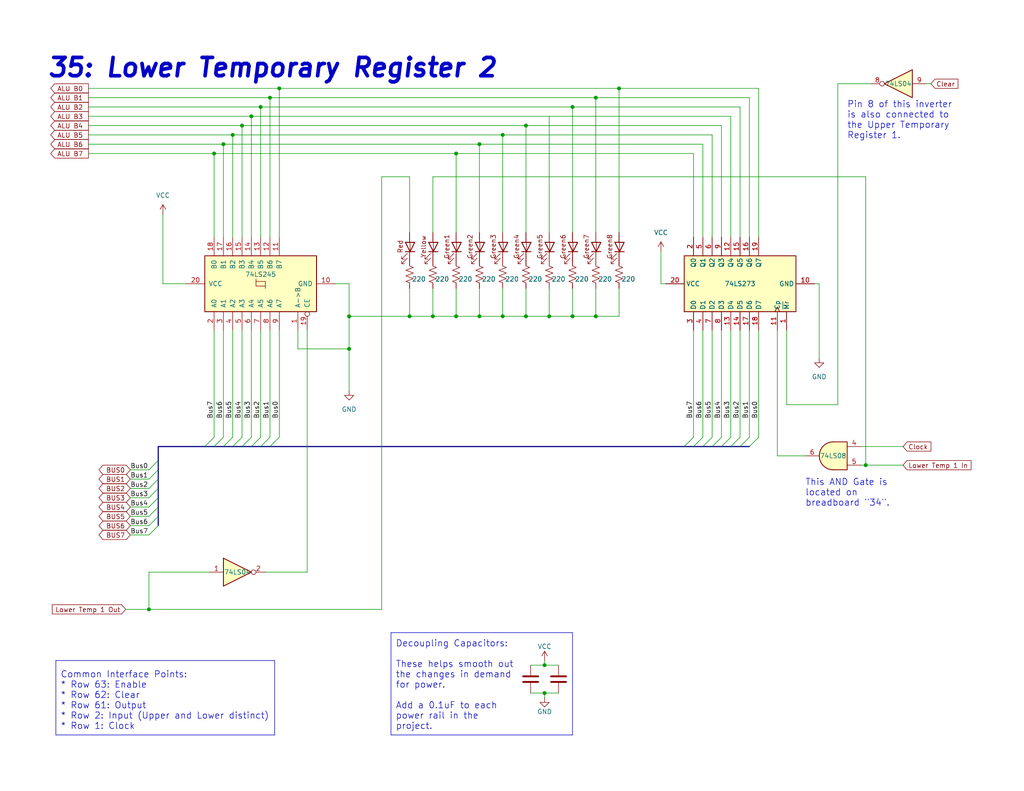
<source format=kicad_sch>
(kicad_sch (version 20211123) (generator eeschema)
  (paper "USLetter")
  (title_block (title "35: Lower Temporary Register 2") (date "2022-02-21") (rev "1.1") (comment 1 "74LS08 is located on board \"34\" and shared with this board") (comment 2 "74LS04 is located on this board and shared with borad \"34\"") (comment 3 "The board for this schematic is located in Column 3") (comment 4 "The board for this schematic is located in Row 5"))
  (lib_symbols
    (symbol "74xx:74LS04"
      (property "Reference" "U" (at 0 1.27 0))
      (property "Value" "74LS04" (at 0 -1.27 0))
      (symbol "74LS04_1_0"
        (polyline (pts (xy -3.81 3.81) (xy -3.81 -3.81) (xy 3.81 0) (xy -3.81 3.81)) (stroke (width 0.254)) (fill (type background)))
        (pin input line (at -7.62 0 0) (length 3.81) (name "~") (number "1"))
        (pin output inverted (at 7.62 0 180) (length 3.81) (name "~") (number "2"))
      )
      (symbol "74LS04_2_0"
        (polyline (pts (xy -3.81 3.81) (xy -3.81 -3.81) (xy 3.81 0) (xy -3.81 3.81)) (stroke (width 0.254)) (fill (type background)))
        (pin input line (at -7.62 0 0) (length 3.81) (name "~") (number "3"))
        (pin output inverted (at 7.62 0 180) (length 3.81) (name "~") (number "4"))
      )
      (symbol "74LS04_3_0"
        (polyline (pts (xy -3.81 3.81) (xy -3.81 -3.81) (xy 3.81 0) (xy -3.81 3.81)) (stroke (width 0.254)) (fill (type background)))
        (pin input line (at -7.62 0 0) (length 3.81) (name "~") (number "5"))
        (pin output inverted (at 7.62 0 180) (length 3.81) (name "~") (number "6"))
      )
      (symbol "74LS04_4_0"
        (polyline (pts (xy -3.81 3.81) (xy -3.81 -3.81) (xy 3.81 0) (xy -3.81 3.81)) (stroke (width 0.254)) (fill (type background)))
        (pin output inverted (at 7.62 0 180) (length 3.81) (name "~") (number "8"))
        (pin input line (at -7.62 0 0) (length 3.81) (name "~") (number "9"))
      )
      (symbol "74LS04_5_0"
        (polyline (pts (xy -3.81 3.81) (xy -3.81 -3.81) (xy 3.81 0) (xy -3.81 3.81)) (stroke (width 0.254)) (fill (type background)))
        (pin output inverted (at 7.62 0 180) (length 3.81) (name "~") (number "10"))
        (pin input line (at -7.62 0 0) (length 3.81) (name "~") (number "11"))
      )
      (symbol "74LS04_6_0"
        (polyline (pts (xy -3.81 3.81) (xy -3.81 -3.81) (xy 3.81 0) (xy -3.81 3.81)) (stroke (width 0.254)) (fill (type background)))
        (pin output inverted (at 7.62 0 180) (length 3.81) (name "~") (number "12"))
        (pin input line (at -7.62 0 0) (length 3.81) (name "~") (number "13"))
      )
      (symbol "74LS04_7_0"
        (pin power_in line (at 0 12.7 270) (length 5.08) (name "VCC") (number "14"))
        (pin power_in line (at 0 -12.7 90) (length 5.08) (name "GND") (number "7"))
      )
      (symbol "74LS04_7_1"
        (rectangle (start -5.08 7.62) (end 5.08 -7.62) (stroke (width 0.254)) (fill (type background)))
      )
    )
    (symbol "74xx:74LS08" (pin_names (offset 1.016))
      (property "Reference" "U" (at 0 1.27 0))
      (property "Value" "74LS08" (at 0 -1.27 0))
      (symbol "74LS08_1_1"
        (arc (start 0 -3.81) (mid 3.81 0) (end 0 3.81) (stroke (width 0.254)) (fill (type background)))
        (polyline (pts (xy 0 3.81) (xy -3.81 3.81) (xy -3.81 -3.81) (xy 0 -3.81)) (stroke (width 0.254)) (fill (type background)))
        (pin input line (at -7.62 2.54 0) (length 3.81) (name "~") (number "1"))
        (pin input line (at -7.62 -2.54 0) (length 3.81) (name "~") (number "2"))
        (pin output line (at 7.62 0 180) (length 3.81) (name "~") (number "3"))
      )
      (symbol "74LS08_1_2"
        (arc (start -3.81 -3.81) (mid -2.589 0) (end -3.81 3.81) (stroke (width 0.254)))
        (arc (start -0.6096 -3.81) (mid 2.1855 -2.584) (end 3.81 0) (stroke (width 0.254)) (fill (type background)))
        (polyline (pts (xy -3.81 -3.81) (xy -0.635 -3.81)) (stroke (width 0.254)) (fill (type background)))
        (polyline (pts (xy -3.81 3.81) (xy -0.635 3.81)) (stroke (width 0.254)) (fill (type background)))
        (polyline (pts (xy -0.635 3.81) (xy -3.81 3.81) (xy -3.81 3.81) (xy -3.556 3.4036) (xy -3.0226 2.2606) (xy -2.6924 1.0414) (xy -2.6162 -0.254) (xy -2.7686 -1.4986) (xy -3.175 -2.7178) (xy -3.81 -3.81) (xy -3.81 -3.81) (xy -0.635 -3.81)) (stroke (width -25.4)) (fill (type background)))
        (arc (start 3.81 0) (mid 2.1928 2.5925) (end -0.6096 3.81) (stroke (width 0.254)) (fill (type background)))
        (pin input inverted (at -7.62 2.54 0) (length 4.318) (name "~") (number "1"))
        (pin input inverted (at -7.62 -2.54 0) (length 4.318) (name "~") (number "2"))
        (pin output inverted (at 7.62 0 180) (length 3.81) (name "~") (number "3"))
      )
      (symbol "74LS08_2_1"
        (arc (start 0 -3.81) (mid 3.81 0) (end 0 3.81) (stroke (width 0.254)) (fill (type background)))
        (polyline (pts (xy 0 3.81) (xy -3.81 3.81) (xy -3.81 -3.81) (xy 0 -3.81)) (stroke (width 0.254)) (fill (type background)))
        (pin input line (at -7.62 2.54 0) (length 3.81) (name "~") (number "4"))
        (pin input line (at -7.62 -2.54 0) (length 3.81) (name "~") (number "5"))
        (pin output line (at 7.62 0 180) (length 3.81) (name "~") (number "6"))
      )
      (symbol "74LS08_2_2"
        (arc (start -3.81 -3.81) (mid -2.589 0) (end -3.81 3.81) (stroke (width 0.254)))
        (arc (start -0.6096 -3.81) (mid 2.1855 -2.584) (end 3.81 0) (stroke (width 0.254)) (fill (type background)))
        (polyline (pts (xy -3.81 -3.81) (xy -0.635 -3.81)) (stroke (width 0.254)) (fill (type background)))
        (polyline (pts (xy -3.81 3.81) (xy -0.635 3.81)) (stroke (width 0.254)) (fill (type background)))
        (polyline (pts (xy -0.635 3.81) (xy -3.81 3.81) (xy -3.81 3.81) (xy -3.556 3.4036) (xy -3.0226 2.2606) (xy -2.6924 1.0414) (xy -2.6162 -0.254) (xy -2.7686 -1.4986) (xy -3.175 -2.7178) (xy -3.81 -3.81) (xy -3.81 -3.81) (xy -0.635 -3.81)) (stroke (width -25.4)) (fill (type background)))
        (arc (start 3.81 0) (mid 2.1928 2.5925) (end -0.6096 3.81) (stroke (width 0.254)) (fill (type background)))
        (pin input inverted (at -7.62 2.54 0) (length 4.318) (name "~") (number "4"))
        (pin input inverted (at -7.62 -2.54 0) (length 4.318) (name "~") (number "5"))
        (pin output inverted (at 7.62 0 180) (length 3.81) (name "~") (number "6"))
      )
      (symbol "74LS08_3_1"
        (arc (start 0 -3.81) (mid 3.81 0) (end 0 3.81) (stroke (width 0.254)) (fill (type background)))
        (polyline (pts (xy 0 3.81) (xy -3.81 3.81) (xy -3.81 -3.81) (xy 0 -3.81)) (stroke (width 0.254)) (fill (type background)))
        (pin input line (at -7.62 -2.54 0) (length 3.81) (name "~") (number "10"))
        (pin output line (at 7.62 0 180) (length 3.81) (name "~") (number "8"))
        (pin input line (at -7.62 2.54 0) (length 3.81) (name "~") (number "9"))
      )
      (symbol "74LS08_3_2"
        (arc (start -3.81 -3.81) (mid -2.589 0) (end -3.81 3.81) (stroke (width 0.254)))
        (arc (start -0.6096 -3.81) (mid 2.1855 -2.584) (end 3.81 0) (stroke (width 0.254)) (fill (type background)))
        (polyline (pts (xy -3.81 -3.81) (xy -0.635 -3.81)) (stroke (width 0.254)) (fill (type background)))
        (polyline (pts (xy -3.81 3.81) (xy -0.635 3.81)) (stroke (width 0.254)) (fill (type background)))
        (polyline (pts (xy -0.635 3.81) (xy -3.81 3.81) (xy -3.81 3.81) (xy -3.556 3.4036) (xy -3.0226 2.2606) (xy -2.6924 1.0414) (xy -2.6162 -0.254) (xy -2.7686 -1.4986) (xy -3.175 -2.7178) (xy -3.81 -3.81) (xy -3.81 -3.81) (xy -0.635 -3.81)) (stroke (width -25.4)) (fill (type background)))
        (arc (start 3.81 0) (mid 2.1928 2.5925) (end -0.6096 3.81) (stroke (width 0.254)) (fill (type background)))
        (pin input inverted (at -7.62 -2.54 0) (length 4.318) (name "~") (number "10"))
        (pin output inverted (at 7.62 0 180) (length 3.81) (name "~") (number "8"))
        (pin input inverted (at -7.62 2.54 0) (length 4.318) (name "~") (number "9"))
      )
      (symbol "74LS08_4_1"
        (arc (start 0 -3.81) (mid 3.81 0) (end 0 3.81) (stroke (width 0.254)) (fill (type background)))
        (polyline (pts (xy 0 3.81) (xy -3.81 3.81) (xy -3.81 -3.81) (xy 0 -3.81)) (stroke (width 0.254)) (fill (type background)))
        (pin output line (at 7.62 0 180) (length 3.81) (name "~") (number "11"))
        (pin input line (at -7.62 2.54 0) (length 3.81) (name "~") (number "12"))
        (pin input line (at -7.62 -2.54 0) (length 3.81) (name "~") (number "13"))
      )
      (symbol "74LS08_4_2"
        (arc (start -3.81 -3.81) (mid -2.589 0) (end -3.81 3.81) (stroke (width 0.254)))
        (arc (start -0.6096 -3.81) (mid 2.1855 -2.584) (end 3.81 0) (stroke (width 0.254)) (fill (type background)))
        (polyline (pts (xy -3.81 -3.81) (xy -0.635 -3.81)) (stroke (width 0.254)) (fill (type background)))
        (polyline (pts (xy -3.81 3.81) (xy -0.635 3.81)) (stroke (width 0.254)) (fill (type background)))
        (polyline (pts (xy -0.635 3.81) (xy -3.81 3.81) (xy -3.81 3.81) (xy -3.556 3.4036) (xy -3.0226 2.2606) (xy -2.6924 1.0414) (xy -2.6162 -0.254) (xy -2.7686 -1.4986) (xy -3.175 -2.7178) (xy -3.81 -3.81) (xy -3.81 -3.81) (xy -0.635 -3.81)) (stroke (width -25.4)) (fill (type background)))
        (arc (start 3.81 0) (mid 2.1928 2.5925) (end -0.6096 3.81) (stroke (width 0.254)) (fill (type background)))
        (pin output inverted (at 7.62 0 180) (length 3.81) (name "~") (number "11"))
        (pin input inverted (at -7.62 2.54 0) (length 4.318) (name "~") (number "12"))
        (pin input inverted (at -7.62 -2.54 0) (length 4.318) (name "~") (number "13"))
      )
      (symbol "74LS08_5_0"
        (pin power_in line (at 0 12.7 270) (length 5.08) (name "VCC") (number "14"))
        (pin power_in line (at 0 -12.7 90) (length 5.08) (name "GND") (number "7"))
      )
      (symbol "74LS08_5_1"
        (rectangle (start -5.08 7.62) (end 5.08 -7.62) (stroke (width 0.254)) (fill (type background)))
      )
    )
    (symbol "74xx:74LS245" (pin_names (offset 1.016))
      (property "Reference" "U" (at -7.62 16.51 0))
      (property "Value" "74LS245" (at -7.62 -16.51 0))
      (symbol "74LS245_1_0"
        (polyline (pts (xy -0.635 -1.27) (xy -0.635 1.27) (xy 0.635 1.27)))
        (polyline (pts (xy -1.27 -1.27) (xy 0.635 -1.27) (xy 0.635 1.27) (xy 1.27 1.27)))
        (pin input line (at -12.7 -10.16 0) (length 5.08) (name "A->B") (number "1"))
        (pin power_in line (at 0 -20.32 90) (length 5.08) (name "GND") (number "10"))
        (pin tri_state line (at 12.7 -5.08 180) (length 5.08) (name "B7") (number "11"))
        (pin tri_state line (at 12.7 -2.54 180) (length 5.08) (name "B6") (number "12"))
        (pin tri_state line (at 12.7 0 180) (length 5.08) (name "B5") (number "13"))
        (pin tri_state line (at 12.7 2.54 180) (length 5.08) (name "B4") (number "14"))
        (pin tri_state line (at 12.7 5.08 180) (length 5.08) (name "B3") (number "15"))
        (pin tri_state line (at 12.7 7.62 180) (length 5.08) (name "B2") (number "16"))
        (pin tri_state line (at 12.7 10.16 180) (length 5.08) (name "B1") (number "17"))
        (pin tri_state line (at 12.7 12.7 180) (length 5.08) (name "B0") (number "18"))
        (pin input inverted (at -12.7 -12.7 0) (length 5.08) (name "CE") (number "19"))
        (pin tri_state line (at -12.7 12.7 0) (length 5.08) (name "A0") (number "2"))
        (pin power_in line (at 0 20.32 270) (length 5.08) (name "VCC") (number "20"))
        (pin tri_state line (at -12.7 10.16 0) (length 5.08) (name "A1") (number "3"))
        (pin tri_state line (at -12.7 7.62 0) (length 5.08) (name "A2") (number "4"))
        (pin tri_state line (at -12.7 5.08 0) (length 5.08) (name "A3") (number "5"))
        (pin tri_state line (at -12.7 2.54 0) (length 5.08) (name "A4") (number "6"))
        (pin tri_state line (at -12.7 0 0) (length 5.08) (name "A5") (number "7"))
        (pin tri_state line (at -12.7 -2.54 0) (length 5.08) (name "A6") (number "8"))
        (pin tri_state line (at -12.7 -5.08 0) (length 5.08) (name "A7") (number "9"))
      )
      (symbol "74LS245_1_1"
        (rectangle (start -7.62 15.24) (end 7.62 -15.24) (stroke (width 0.254)) (fill (type background)))
      )
    )
    (symbol "74xx:74LS273"
      (property "Reference" "U" (at -7.62 16.51 0))
      (property "Value" "74LS273" (at -7.62 -16.51 0))
      (symbol "74LS273_1_0"
        (pin input line (at -12.7 -12.7 0) (length 5.08) (name "~{Mr}") (number "1"))
        (pin power_in line (at 0 -20.32 90) (length 5.08) (name "GND") (number "10"))
        (pin input clock (at -12.7 -10.16 0) (length 5.08) (name "Cp") (number "11"))
        (pin output line (at 12.7 2.54 180) (length 5.08) (name "Q4") (number "12"))
        (pin input line (at -12.7 2.54 0) (length 5.08) (name "D4") (number "13"))
        (pin input line (at -12.7 0 0) (length 5.08) (name "D5") (number "14"))
        (pin output line (at 12.7 0 180) (length 5.08) (name "Q5") (number "15"))
        (pin output line (at 12.7 -2.54 180) (length 5.08) (name "Q6") (number "16"))
        (pin input line (at -12.7 -2.54 0) (length 5.08) (name "D6") (number "17"))
        (pin input line (at -12.7 -5.08 0) (length 5.08) (name "D7") (number "18"))
        (pin output line (at 12.7 -5.08 180) (length 5.08) (name "Q7") (number "19"))
        (pin output line (at 12.7 12.7 180) (length 5.08) (name "Q0") (number "2"))
        (pin power_in line (at 0 20.32 270) (length 5.08) (name "VCC") (number "20"))
        (pin input line (at -12.7 12.7 0) (length 5.08) (name "D0") (number "3"))
        (pin input line (at -12.7 10.16 0) (length 5.08) (name "D1") (number "4"))
        (pin output line (at 12.7 10.16 180) (length 5.08) (name "Q1") (number "5"))
        (pin output line (at 12.7 7.62 180) (length 5.08) (name "Q2") (number "6"))
        (pin input line (at -12.7 7.62 0) (length 5.08) (name "D2") (number "7"))
        (pin input line (at -12.7 5.08 0) (length 5.08) (name "D3") (number "8"))
        (pin output line (at 12.7 5.08 180) (length 5.08) (name "Q3") (number "9"))
      )
      (symbol "74LS273_1_1"
        (rectangle (start -7.62 15.24) (end 7.62 -15.24) (stroke (width 0.254)) (fill (type background)))
      )
    )
    (symbol "Device:C" (pin_numbers hide) (pin_names (offset 0.254))
      (property "Reference" "C" (at 0.635 2.54 0))
      (property "Value" "C" (at 0.635 -2.54 0))
      (symbol "C_0_1"
        (polyline (pts (xy -2.032 -0.762) (xy 2.032 -0.762)) (stroke (width 0.508)))
        (polyline (pts (xy -2.032 0.762) (xy 2.032 0.762)) (stroke (width 0.508)))
      )
      (symbol "C_1_1"
        (pin passive line (at 0 3.81 270) (length 2.794) (name "~") (number "1"))
        (pin passive line (at 0 -3.81 90) (length 2.794) (name "~") (number "2"))
      )
    )
    (symbol "Device:R_US" (pin_numbers hide) (pin_names (offset 0))
      (property "Reference" "R" (at 2.54 0 90))
      (property "Value" "R_US" (at -2.54 0 90))
      (symbol "R_US_0_1"
        (polyline (pts (xy 0 -2.286) (xy 0 -2.54)))
        (polyline (pts (xy 0 2.286) (xy 0 2.54)))
        (polyline (pts (xy 0 -0.762) (xy 1.016 -1.143) (xy 0 -1.524) (xy -1.016 -1.905) (xy 0 -2.286)))
        (polyline (pts (xy 0 0.762) (xy 1.016 0.381) (xy 0 0) (xy -1.016 -0.381) (xy 0 -0.762)))
        (polyline (pts (xy 0 2.286) (xy 1.016 1.905) (xy 0 1.524) (xy -1.016 1.143) (xy 0 0.762)))
      )
      (symbol "R_US_1_1"
        (pin passive line (at 0 3.81 270) (length 1.27) (name "~") (number "1"))
        (pin passive line (at 0 -3.81 90) (length 1.27) (name "~") (number "2"))
      )
    )
    (symbol "SB1R1Y8G:SB1R1Y8G_LED"
      (symbol "SB1R1Y8G_LED_0_0"
        (text "" (at 0.635 0 900) (effects (font (size 1.27 1.27))))
        (text "" (at 1.27 -15.24 0) (effects (font (size 1.27 1.27))))
      )
      (symbol "SB1R1Y8G_LED_0_1"
        (polyline (pts (xy -1.397 -0.127) (xy 1.143 -0.127)))
        (polyline (pts (xy -1.397 1.143) (xy -1.397 -1.397)) (stroke (width 0.254)))
        (polyline (pts (xy 1.143 1.143) (xy 1.143 -1.397) (xy -1.397 -0.127) (xy 1.143 1.143)) (stroke (width 0.254)))
        (polyline (pts (xy -3.175 0.635) (xy -4.699 2.159) (xy -3.937 2.159) (xy -4.699 2.159) (xy -4.699 1.397)))
        (polyline (pts (xy -1.905 0.635) (xy -3.429 2.159) (xy -2.667 2.159) (xy -3.429 2.159) (xy -3.429 1.397)))
      )
      (symbol "SB1R1Y8G_LED_1_0"
        (text "Red" (at 0 2.54 0) (effects (font (size 1.27 1.27))))
      )
      (symbol "SB1R1Y8G_LED_1_1"
        (pin passive line (at -3.81 0 0) (length 2.54) (name "") (number "1"))
        (pin passive line (at 3.81 0 180) (length 2.54) (name "") (number "11"))
      )
      (symbol "SB1R1Y8G_LED_2_0"
        (text "Yellow" (at 0 2.54 0) (effects (font (size 1.27 1.27))))
      )
      (symbol "SB1R1Y8G_LED_2_1"
        (pin passive line (at 3.81 0 180) (length 2.54) (name "") (number "12"))
        (pin passive line (at -3.81 0 0) (length 2.54) (name "") (number "2"))
      )
      (symbol "SB1R1Y8G_LED_3_0"
        (text "Green1" (at 0 2.54 0) (effects (font (size 1.27 1.27))))
      )
      (symbol "SB1R1Y8G_LED_3_1"
        (pin passive line (at 3.81 0 180) (length 2.54) (name "") (number "13"))
        (pin passive line (at -3.81 0 0) (length 2.54) (name "") (number "3"))
      )
      (symbol "SB1R1Y8G_LED_4_0"
        (text "Green2" (at 0 2.54 0) (effects (font (size 1.27 1.27))))
      )
      (symbol "SB1R1Y8G_LED_4_1"
        (pin passive line (at 3.81 0 180) (length 2.54) (name "") (number "14"))
        (pin passive line (at -3.81 0 0) (length 2.54) (name "") (number "4"))
      )
      (symbol "SB1R1Y8G_LED_5_0"
        (text "Green3" (at 0 2.54 0) (effects (font (size 1.27 1.27))))
      )
      (symbol "SB1R1Y8G_LED_5_1"
        (pin passive line (at 3.81 0 180) (length 2.54) (name "") (number "15"))
        (pin passive line (at -3.81 0 0) (length 2.54) (name "") (number "5"))
      )
      (symbol "SB1R1Y8G_LED_6_0"
        (text "Green4" (at 0 2.54 0) (effects (font (size 1.27 1.27))))
      )
      (symbol "SB1R1Y8G_LED_6_1"
        (pin passive line (at 3.81 0 180) (length 2.54) (name "") (number "16"))
        (pin passive line (at -3.81 0 0) (length 2.54) (name "") (number "6"))
      )
      (symbol "SB1R1Y8G_LED_7_0"
        (text "Green5" (at 0 2.54 0) (effects (font (size 1.27 1.27))))
      )
      (symbol "SB1R1Y8G_LED_7_1"
        (pin passive line (at 3.81 0 180) (length 2.54) (name "") (number "17"))
        (pin passive line (at -3.81 0 0) (length 2.54) (name "") (number "7"))
      )
      (symbol "SB1R1Y8G_LED_8_0"
        (text "Green6" (at 0 2.54 0) (effects (font (size 1.27 1.27))))
      )
      (symbol "SB1R1Y8G_LED_8_1"
        (pin passive line (at 3.81 0 180) (length 2.54) (name "") (number "18"))
        (pin passive line (at -3.81 0 0) (length 2.54) (name "") (number "8"))
      )
      (symbol "SB1R1Y8G_LED_9_0"
        (text "Green7" (at 0 2.54 0) (effects (font (size 1.27 1.27))))
      )
      (symbol "SB1R1Y8G_LED_9_1"
        (pin passive line (at 3.81 0 180) (length 2.54) (name "") (number "19"))
        (pin passive line (at -3.81 0 0) (length 2.54) (name "") (number "9"))
      )
      (symbol "SB1R1Y8G_LED_10_0"
        (text "Green8" (at 0 2.54 0) (effects (font (size 1.27 1.27))))
      )
      (symbol "SB1R1Y8G_LED_10_1"
        (pin passive line (at 3.81 0 180) (length 2.54) (name "") (number "10"))
        (pin passive line (at -3.81 0 0) (length 2.54) (name "") (number "20"))
      )
    )
    (symbol "power:GND" (power) (pin_names (offset 0))
      (property "Value" "GND" (at 0 -3.81 0))
      (symbol "GND_0_1"
        (polyline (pts (xy 0 0) (xy 0 -1.27) (xy 1.27 -1.27) (xy 0 -2.54) (xy -1.27 -1.27) (xy 0 -1.27)))
      )
      (symbol "GND_1_1"
        (pin power_in line (at 0 0 270) (length 0) hide (name "GND") (number "1"))
      )
    )
    (symbol "power:VCC" (power) (pin_names (offset 0))
      (property "Value" "VCC" (at 0 3.81 0))
      (symbol "VCC_0_1"
        (polyline (pts (xy -0.762 1.27) (xy 0 2.54)))
        (polyline (pts (xy 0 0) (xy 0 2.54)))
        (polyline (pts (xy 0 2.54) (xy 0.762 1.27)))
      )
      (symbol "VCC_1_1"
        (pin power_in line (at 0 0 90) (length 0) hide (name "VCC") (number "1"))
      )
    )
  )
  (junction (at 148.59 189.23))
  (junction (at 124.46 41.91))
  (junction (at 156.21 86.36))
  (junction (at 156.21 29.21))
  (junction (at 63.5 36.83))
  (junction (at 148.59 181.61))
  (junction (at 137.16 36.83))
  (junction (at 40.64 166.37))
  (junction (at 162.56 26.67))
  (junction (at 236.22 127))
  (junction (at 73.66 26.67))
  (junction (at 130.81 86.36))
  (junction (at 66.04 34.29))
  (junction (at 71.12 29.21))
  (junction (at 111.76 86.36))
  (junction (at 143.51 86.36))
  (junction (at 95.25 95.25))
  (junction (at 130.81 39.37))
  (junction (at 137.16 86.36))
  (junction (at 124.46 86.36))
  (junction (at 76.2 24.13))
  (junction (at 143.51 34.29))
  (junction (at 95.25 86.36))
  (junction (at 60.96 39.37))
  (junction (at 118.11 86.36))
  (junction (at 149.86 86.36))
  (junction (at 168.91 24.13))
  (junction (at 68.58 31.75))
  (junction (at 58.42 41.91))
  (junction (at 162.56 86.36))
  (bus_entry (at 63.5 119.38) (size -2.54 2.54))
  (bus_entry (at 73.66 119.38) (size -2.54 2.54))
  (bus_entry (at 68.58 119.38) (size -2.54 2.54))
  (bus_entry (at 71.12 119.38) (size -2.54 2.54))
  (bus_entry (at 66.04 119.38) (size -2.54 2.54))
  (bus_entry (at 60.96 119.38) (size -2.54 2.54))
  (bus_entry (at 58.42 119.38) (size -2.54 2.54))
  (bus_entry (at 76.2 119.38) (size -2.54 2.54))
  (bus_entry (at 40.64 143.51) (size 2.54 -2.54))
  (bus_entry (at 40.64 140.97) (size 2.54 -2.54))
  (bus_entry (at 40.64 133.35) (size 2.54 -2.54))
  (bus_entry (at 189.23 119.38) (size -2.54 2.54))
  (bus_entry (at 199.39 119.38) (size -2.54 2.54))
  (bus_entry (at 40.64 146.05) (size 2.54 -2.54))
  (bus_entry (at 194.31 119.38) (size -2.54 2.54))
  (bus_entry (at 40.64 128.27) (size 2.54 -2.54))
  (bus_entry (at 40.64 138.43) (size 2.54 -2.54))
  (bus_entry (at 201.93 119.38) (size -2.54 2.54))
  (bus_entry (at 40.64 130.81) (size 2.54 -2.54))
  (bus_entry (at 207.01 119.38) (size -2.54 2.54))
  (bus_entry (at 40.64 135.89) (size 2.54 -2.54))
  (bus_entry (at 191.77 119.38) (size -2.54 2.54))
  (bus_entry (at 204.47 119.38) (size -2.54 2.54))
  (bus_entry (at 196.85 119.38) (size -2.54 2.54))
  (wire (pts (xy 130.81 86.36) (xy 124.46 86.36)))
  (bus (pts (xy 186.69 121.92) (xy 189.23 121.92)))
  (wire (pts (xy 35.56 140.97) (xy 40.64 140.97)))
  (wire (pts (xy 199.39 90.17) (xy 199.39 119.38)))
  (bus (pts (xy 43.18 121.92) (xy 43.18 125.73)))
  (wire (pts (xy 66.04 34.29) (xy 66.04 64.77)))
  (wire (pts (xy 60.96 39.37) (xy 60.96 64.77)))
  (wire (pts (xy 137.16 36.83) (xy 63.5 36.83)))
  (wire (pts (xy 66.04 90.17) (xy 66.04 119.38)))
  (bus (pts (xy 194.31 121.92) (xy 196.85 121.92)))
  (wire (pts (xy 40.64 156.21) (xy 40.64 166.37)))
  (wire (pts (xy 207.01 24.13) (xy 168.91 24.13)))
  (wire (pts (xy 95.25 95.25) (xy 95.25 106.68)))
  (wire (pts (xy 24.13 31.75) (xy 68.58 31.75)))
  (wire (pts (xy 168.91 86.36) (xy 162.56 86.36)))
  (wire (pts (xy 201.93 64.77) (xy 201.93 29.21)))
  (wire (pts (xy 168.91 24.13) (xy 76.2 24.13)))
  (bus (pts (xy 63.5 121.92) (xy 66.04 121.92)))
  (wire (pts (xy 236.22 127) (xy 246.38 127)))
  (wire (pts (xy 63.5 90.17) (xy 63.5 119.38)))
  (wire (pts (xy 143.51 34.29) (xy 66.04 34.29)))
  (wire (pts (xy 149.86 78.74) (xy 149.86 86.36)))
  (wire (pts (xy 35.56 130.81) (xy 40.64 130.81)))
  (wire (pts (xy 148.59 181.61) (xy 152.4 181.61)))
  (wire (pts (xy 214.63 110.49) (xy 214.63 90.17)))
  (wire (pts (xy 180.34 68.58) (xy 180.34 77.47)))
  (wire (pts (xy 73.66 90.17) (xy 73.66 119.38)))
  (wire (pts (xy 207.01 90.17) (xy 207.01 119.38)))
  (polyline (pts (xy 15.24 180.34) (xy 15.24 200.66)) (stroke (width 0) (type solid)))
  (wire (pts (xy 196.85 64.77) (xy 196.85 34.29)))
  (wire (pts (xy 234.95 121.92) (xy 246.38 121.92)))
  (wire (pts (xy 168.91 78.74) (xy 168.91 86.36)))
  (wire (pts (xy 223.52 77.47) (xy 223.52 97.79)))
  (wire (pts (xy 222.25 77.47) (xy 223.52 77.47)))
  (bus (pts (xy 73.66 121.92) (xy 186.69 121.92)))
  (bus (pts (xy 58.42 121.92) (xy 60.96 121.92)))
  (wire (pts (xy 130.81 78.74) (xy 130.81 86.36)))
  (wire (pts (xy 137.16 36.83) (xy 137.16 63.5)))
  (wire (pts (xy 191.77 39.37) (xy 130.81 39.37)))
  (wire (pts (xy 194.31 64.77) (xy 194.31 36.83)))
  (wire (pts (xy 44.45 58.42) (xy 44.45 77.47)))
  (wire (pts (xy 156.21 29.21) (xy 71.12 29.21)))
  (wire (pts (xy 24.13 24.13) (xy 76.2 24.13)))
  (wire (pts (xy 194.31 90.17) (xy 194.31 119.38)))
  (wire (pts (xy 81.28 95.25) (xy 95.25 95.25)))
  (wire (pts (xy 35.56 138.43) (xy 40.64 138.43)))
  (wire (pts (xy 189.23 41.91) (xy 124.46 41.91)))
  (wire (pts (xy 24.13 29.21) (xy 71.12 29.21)))
  (bus (pts (xy 60.96 121.92) (xy 63.5 121.92)))
  (wire (pts (xy 148.59 189.23) (xy 152.4 189.23)))
  (wire (pts (xy 91.44 77.47) (xy 95.25 77.47)))
  (wire (pts (xy 156.21 86.36) (xy 149.86 86.36)))
  (wire (pts (xy 111.76 78.74) (xy 111.76 86.36)))
  (wire (pts (xy 68.58 31.75) (xy 68.58 64.77)))
  (bus (pts (xy 55.88 121.92) (xy 58.42 121.92)))
  (wire (pts (xy 58.42 41.91) (xy 58.42 64.77)))
  (polyline (pts (xy 106.68 172.72) (xy 156.21 172.72)) (stroke (width 0) (type solid)))
  (wire (pts (xy 143.51 78.74) (xy 143.51 86.36)))
  (bus (pts (xy 71.12 121.92) (xy 73.66 121.92)))
  (wire (pts (xy 35.56 135.89) (xy 40.64 135.89)))
  (wire (pts (xy 234.95 127) (xy 236.22 127)))
  (wire (pts (xy 124.46 78.74) (xy 124.46 86.36)))
  (wire (pts (xy 24.13 39.37) (xy 60.96 39.37)))
  (wire (pts (xy 24.13 41.91) (xy 58.42 41.91)))
  (wire (pts (xy 201.93 90.17) (xy 201.93 119.38)))
  (bus (pts (xy 43.18 130.81) (xy 43.18 133.35)))
  (wire (pts (xy 156.21 78.74) (xy 156.21 86.36)))
  (wire (pts (xy 104.14 48.26) (xy 104.14 166.37)))
  (wire (pts (xy 137.16 86.36) (xy 130.81 86.36)))
  (wire (pts (xy 118.11 86.36) (xy 111.76 86.36)))
  (wire (pts (xy 148.59 189.23) (xy 148.59 190.5)))
  (wire (pts (xy 111.76 48.26) (xy 111.76 63.5)))
  (wire (pts (xy 83.82 90.17) (xy 83.82 156.21)))
  (wire (pts (xy 162.56 78.74) (xy 162.56 86.36)))
  (wire (pts (xy 201.93 29.21) (xy 156.21 29.21)))
  (polyline (pts (xy 15.24 180.34) (xy 74.93 180.34)) (stroke (width 0) (type solid)))
  (wire (pts (xy 71.12 90.17) (xy 71.12 119.38)))
  (wire (pts (xy 130.81 39.37) (xy 130.81 63.5)))
  (wire (pts (xy 148.59 180.34) (xy 148.59 181.61)))
  (wire (pts (xy 228.6 22.86) (xy 228.6 110.49)))
  (wire (pts (xy 143.51 86.36) (xy 137.16 86.36)))
  (wire (pts (xy 104.14 166.37) (xy 40.64 166.37)))
  (wire (pts (xy 60.96 90.17) (xy 60.96 119.38)))
  (bus (pts (xy 68.58 121.92) (xy 71.12 121.92)))
  (wire (pts (xy 104.14 48.26) (xy 111.76 48.26)))
  (wire (pts (xy 156.21 29.21) (xy 156.21 63.5)))
  (wire (pts (xy 35.56 128.27) (xy 40.64 128.27)))
  (bus (pts (xy 66.04 121.92) (xy 68.58 121.92)))
  (bus (pts (xy 55.88 121.92) (xy 43.18 121.92)))
  (wire (pts (xy 162.56 86.36) (xy 156.21 86.36)))
  (wire (pts (xy 168.91 24.13) (xy 168.91 63.5)))
  (wire (pts (xy 76.2 90.17) (xy 76.2 119.38)))
  (wire (pts (xy 162.56 26.67) (xy 73.66 26.67)))
  (wire (pts (xy 180.34 77.47) (xy 181.61 77.47)))
  (wire (pts (xy 71.12 29.21) (xy 71.12 64.77)))
  (polyline (pts (xy 74.93 200.66) (xy 15.24 200.66)) (stroke (width 0) (type solid)))
  (wire (pts (xy 196.85 34.29) (xy 143.51 34.29)))
  (wire (pts (xy 130.81 39.37) (xy 60.96 39.37)))
  (wire (pts (xy 35.56 143.51) (xy 40.64 143.51)))
  (wire (pts (xy 212.09 124.46) (xy 212.09 90.17)))
  (bus (pts (xy 43.18 133.35) (xy 43.18 135.89)))
  (wire (pts (xy 219.71 124.46) (xy 212.09 124.46)))
  (bus (pts (xy 189.23 121.92) (xy 191.77 121.92)))
  (wire (pts (xy 144.78 189.23) (xy 148.59 189.23)))
  (wire (pts (xy 191.77 90.17) (xy 191.77 119.38)))
  (wire (pts (xy 34.29 166.37) (xy 40.64 166.37)))
  (wire (pts (xy 68.58 31.75) (xy 199.39 31.75)))
  (wire (pts (xy 68.58 90.17) (xy 68.58 119.38)))
  (wire (pts (xy 118.11 48.26) (xy 236.22 48.26)))
  (wire (pts (xy 162.56 26.67) (xy 162.56 63.5)))
  (wire (pts (xy 40.64 156.21) (xy 57.15 156.21)))
  (polyline (pts (xy 156.21 172.72) (xy 156.21 200.66)) (stroke (width 0) (type solid)))
  (wire (pts (xy 189.23 90.17) (xy 189.23 119.38)))
  (bus (pts (xy 201.93 121.92) (xy 204.47 121.92)))
  (wire (pts (xy 189.23 64.77) (xy 189.23 41.91)))
  (bus (pts (xy 43.18 128.27) (xy 43.18 130.81)))
  (bus (pts (xy 199.39 121.92) (xy 201.93 121.92)))
  (wire (pts (xy 44.45 77.47) (xy 50.8 77.47)))
  (bus (pts (xy 43.18 140.97) (xy 43.18 143.51)))
  (wire (pts (xy 149.86 86.36) (xy 143.51 86.36)))
  (wire (pts (xy 191.77 64.77) (xy 191.77 39.37)))
  (wire (pts (xy 24.13 34.29) (xy 66.04 34.29)))
  (wire (pts (xy 228.6 22.86) (xy 237.49 22.86)))
  (wire (pts (xy 137.16 78.74) (xy 137.16 86.36)))
  (wire (pts (xy 83.82 156.21) (xy 72.39 156.21)))
  (wire (pts (xy 63.5 36.83) (xy 63.5 64.77)))
  (wire (pts (xy 24.13 26.67) (xy 73.66 26.67)))
  (wire (pts (xy 204.47 90.17) (xy 204.47 119.38)))
  (polyline (pts (xy 106.68 172.72) (xy 106.68 200.66)) (stroke (width 0) (type solid)))
  (wire (pts (xy 81.28 90.17) (xy 81.28 95.25)))
  (wire (pts (xy 199.39 64.77) (xy 199.39 31.75)))
  (wire (pts (xy 143.51 34.29) (xy 143.51 63.5)))
  (wire (pts (xy 124.46 86.36) (xy 118.11 86.36)))
  (wire (pts (xy 35.56 133.35) (xy 40.64 133.35)))
  (wire (pts (xy 35.56 146.05) (xy 40.64 146.05)))
  (wire (pts (xy 124.46 41.91) (xy 58.42 41.91)))
  (wire (pts (xy 252.73 22.86) (xy 254 22.86)))
  (wire (pts (xy 73.66 26.67) (xy 73.66 64.77)))
  (wire (pts (xy 194.31 36.83) (xy 137.16 36.83)))
  (bus (pts (xy 191.77 121.92) (xy 194.31 121.92)))
  (wire (pts (xy 149.86 31.75) (xy 149.86 63.5)))
  (bus (pts (xy 43.18 135.89) (xy 43.18 138.43)))
  (polyline (pts (xy 156.21 200.66) (xy 106.68 200.66)) (stroke (width 0) (type solid)))
  (wire (pts (xy 24.13 36.83) (xy 63.5 36.83)))
  (wire (pts (xy 144.78 181.61) (xy 148.59 181.61)))
  (wire (pts (xy 111.76 86.36) (xy 95.25 86.36)))
  (wire (pts (xy 236.22 48.26) (xy 236.22 127)))
  (wire (pts (xy 204.47 64.77) (xy 204.47 26.67)))
  (wire (pts (xy 95.25 86.36) (xy 95.25 95.25)))
  (wire (pts (xy 95.25 77.47) (xy 95.25 86.36)))
  (wire (pts (xy 76.2 24.13) (xy 76.2 64.77)))
  (bus (pts (xy 43.18 138.43) (xy 43.18 140.97)))
  (bus (pts (xy 196.85 121.92) (xy 199.39 121.92)))
  (wire (pts (xy 204.47 26.67) (xy 162.56 26.67)))
  (wire (pts (xy 207.01 64.77) (xy 207.01 24.13)))
  (wire (pts (xy 228.6 110.49) (xy 214.63 110.49)))
  (wire (pts (xy 58.42 90.17) (xy 58.42 119.38)))
  (polyline (pts (xy 74.93 180.34) (xy 74.93 200.66)) (stroke (width 0) (type solid)))
  (bus (pts (xy 43.18 125.73) (xy 43.18 128.27)))
  (wire (pts (xy 124.46 41.91) (xy 124.46 63.5)))
  (wire (pts (xy 118.11 63.5) (xy 118.11 48.26)))
  (wire (pts (xy 196.85 90.17) (xy 196.85 119.38)))
  (wire (pts (xy 118.11 78.74) (xy 118.11 86.36)))
  (text "This AND Gate is \nlocated on \nbreadboard \"34\"." (at 219.71 138.43 0) (effects (font (size 1.75 1.75)) (justify left bottom)))
  (text " 35: Lower Temporary Register 2" (at 8.89 21.59 0) (effects (font (size 5 5) (thickness 1) bold italic) (justify left bottom)))
  (text "Common Interface Points:\n* Row 63: Enable\n* Row 62: Clear\n* Row 61: Output\n* Row 2: Input (Upper and Lower distinct)\n* Row 1: Clock" (at 16.51 199.39 0) (effects (font (size 1.75 1.75)) (justify left bottom)))
  (text "Pin 8 of this inverter \nis also connected to \nthe Upper Temporary \nRegister 1." (at 231.14 38.1 0) (effects (font (size 1.75 1.75)) (justify left bottom)))
  (text "Decoupling Capacitors:\n\nThese helps smooth out \nthe changes in demand \nfor power.\n\nAdd a 0.1uF to each \npower rail in the \nproject." (at 107.95 199.39 0) (effects (font (size 1.75 1.75)) (justify left bottom)))
  (label "Bus0" (at 35.56 128.27 0))
  (label "Bus5" (at 194.31 114.3 90))
  (label "Bus2" (at 71.12 114.3 90))
  (label "Bus7" (at 58.42 114.3 90))
  (label "Bus0" (at 207.01 114.3 90))
  (label "Bus6" (at 191.77 114.3 90))
  (label "Bus6" (at 60.96 114.3 90))
  (label "Bus6" (at 35.56 143.51 0))
  (label "Bus4" (at 196.85 114.3 90))
  (label "Bus3" (at 199.39 114.3 90))
  (label "Bus1" (at 73.66 114.3 90))
  (label "Bus2" (at 35.56 133.35 0))
  (label "Bus3" (at 68.58 114.3 90))
  (label "Bus3" (at 35.56 135.89 0))
  (label "Bus4" (at 35.56 138.43 0))
  (label "Bus1" (at 204.47 114.3 90))
  (label "Bus2" (at 201.93 114.3 90))
  (label "Bus4" (at 66.04 114.3 90))
  (label "Bus7" (at 35.56 146.05 0))
  (label "Bus0" (at 76.2 114.3 90))
  (label "Bus7" (at 189.23 114.3 90))
  (label "Bus5" (at 63.5 114.3 90))
  (label "Bus5" (at 35.56 140.97 0))
  (label "Bus1" (at 35.56 130.81 0))
  (global_label "ALU B3 " (shape output) (at 24.13 31.75 180) (property "Intersheet References" "${INTERSHEET_REFS}" (effects hide)))
  (global_label "ALU B5 " (shape output) (at 24.13 36.83 180) (property "Intersheet References" "${INTERSHEET_REFS}" (effects hide)))
  (global_label "ALU B0 " (shape output) (at 24.13 24.13 180) (property "Intersheet References" "${INTERSHEET_REFS}" (effects hide)))
  (global_label "Clear" (shape input) (at 254 22.86 0) (property "Intersheet References" "${INTERSHEET_REFS}" (effects hide)))
  (global_label "ALU B4 " (shape output) (at 24.13 34.29 180) (property "Intersheet References" "${INTERSHEET_REFS}" (effects hide)))
  (global_label "BUS2" (shape bidirectional) (at 35.56 133.35 180) (property "Intersheet References" "${INTERSHEET_REFS}" (effects hide)))
  (global_label "Lower Temp 1 Out" (shape input) (at 34.29 166.37 180) (property "Intersheet References" "${INTERSHEET_REFS}" (effects hide)))
  (global_label "ALU B2 " (shape output) (at 24.13 29.21 180) (property "Intersheet References" "${INTERSHEET_REFS}" (effects hide)))
  (global_label "Clock" (shape input) (at 246.38 121.92 0) (property "Intersheet References" "${INTERSHEET_REFS}" (effects hide)))
  (global_label "ALU B6 " (shape output) (at 24.13 39.37 180) (property "Intersheet References" "${INTERSHEET_REFS}" (effects hide)))
  (global_label "BUS6" (shape bidirectional) (at 35.56 143.51 180) (property "Intersheet References" "${INTERSHEET_REFS}" (effects hide)))
  (global_label "BUS5" (shape bidirectional) (at 35.56 140.97 180) (property "Intersheet References" "${INTERSHEET_REFS}" (effects hide)))
  (global_label "BUS3" (shape bidirectional) (at 35.56 135.89 180) (property "Intersheet References" "${INTERSHEET_REFS}" (effects hide)))
  (global_label "Lower Temp 1 In" (shape input) (at 246.38 127 0) (property "Intersheet References" "${INTERSHEET_REFS}" (effects hide)))
  (global_label "BUS7" (shape bidirectional) (at 35.56 146.05 180) (property "Intersheet References" "${INTERSHEET_REFS}" (effects hide)))
  (global_label "BUS1" (shape bidirectional) (at 35.56 130.81 180) (property "Intersheet References" "${INTERSHEET_REFS}" (effects hide)))
  (global_label "ALU B7 " (shape output) (at 24.13 41.91 180) (property "Intersheet References" "${INTERSHEET_REFS}" (effects hide)))
  (global_label "BUS0" (shape bidirectional) (at 35.56 128.27 180) (property "Intersheet References" "${INTERSHEET_REFS}" (effects hide)))
  (global_label "ALU B1 " (shape output) (at 24.13 26.67 180) (property "Intersheet References" "${INTERSHEET_REFS}" (effects hide)))
  (global_label "BUS4" (shape bidirectional) (at 35.56 138.43 180) (property "Intersheet References" "${INTERSHEET_REFS}" (effects hide)))
  (symbol (lib_id "SB1R1Y8G:SB1R1Y8G_LED") (at 149.86 67.31 90) (unit 7)
    (property "Reference" "U?" (effects hide))
    (property "Value" "SB1R1Y8G_LED" (effects hide))
  )
  (symbol (lib_id "power:VCC") (at 44.45 58.42 0) (unit 1)
    (property "Reference" "#PWR?" (effects hide))
    (property "Value" "VCC" (at 44.45 53.34 0))
  )
  (symbol (lib_id "Device:R_US") (at 149.86 74.93 0) (unit 1)
    (property "Reference" "R?" (effects hide))
    (property "Value" "220" (at 152.4 76.1999 0))
  )
  (symbol (lib_id "Device:R_US") (at 118.11 74.93 0) (unit 1)
    (property "Reference" "R?" (effects hide))
    (property "Value" "220" (at 120.65 76.1999 0))
  )
  (symbol (lib_id "Device:C") (at 144.78 185.42 0) (unit 1)
    (property "Reference" "C?" (effects hide))
    (property "Value" "0.1uF" (effects hide))
  )
  (symbol (lib_id "Device:R_US") (at 137.16 74.93 0) (unit 1)
    (property "Reference" "R?" (effects hide))
    (property "Value" "220" (at 139.7 76.1999 0))
  )
  (symbol (lib_id "Device:R_US") (at 162.56 74.93 0) (unit 1)
    (property "Reference" "R?" (effects hide))
    (property "Value" "220" (at 165.1 76.1999 0))
  )
  (symbol (lib_id "SB1R1Y8G:SB1R1Y8G_LED") (at 143.51 67.31 90) (unit 6)
    (property "Reference" "U?" (effects hide))
    (property "Value" "SB1R1Y8G_LED" (effects hide))
  )
  (symbol (lib_id "74xx:74LS245") (at 71.12 77.47 90) (unit 1)
    (property "Reference" "U?" (effects hide))
    (property "Value" "74LS245" (at 71.12 74.93 90))
    (property "Datasheet" "http://www.ti.com/lit/gpn/sn74LS245" (effects hide))
  )
  (symbol (lib_id "SB1R1Y8G:SB1R1Y8G_LED") (at 118.11 67.31 90) (unit 2)
    (property "Reference" "U?" (effects hide))
    (property "Value" "SB1R1Y8G_LED" (effects hide))
  )
  (symbol (lib_id "power:VCC") (at 148.59 180.34 0) (unit 1)
    (property "Reference" "#PWR?" (effects hide))
    (property "Value" "VCC" (at 148.59 176.53 0))
  )
  (symbol (lib_id "SB1R1Y8G:SB1R1Y8G_LED") (at 124.46 67.31 90) (unit 3)
    (property "Reference" "U?" (effects hide))
    (property "Value" "SB1R1Y8G_LED" (effects hide))
  )
  (symbol (lib_id "Device:R_US") (at 124.46 74.93 0) (unit 1)
    (property "Reference" "R?" (effects hide))
    (property "Value" "220" (at 127 76.1999 0))
  )
  (symbol (lib_id "power:VCC") (at 180.34 68.58 0) (unit 1)
    (property "Reference" "#PWR?" (effects hide))
    (property "Value" "VCC" (at 180.34 63.5 0))
  )
  (symbol (lib_id "74xx:74LS04") (at 64.77 156.21 0) (unit 1)
    (property "Reference" "U?" (effects hide))
    (property "Value" "74LS04" (at 64.77 156.21 0))
    (property "Datasheet" "http://www.ti.com/lit/gpn/sn74LS04" (effects hide))
  )
  (symbol (lib_id "Device:R_US") (at 156.21 74.93 0) (unit 1)
    (property "Reference" "R?" (effects hide))
    (property "Value" "220" (at 158.75 76.1999 0))
  )
  (symbol (lib_id "SB1R1Y8G:SB1R1Y8G_LED") (at 168.91 67.31 90) (unit 10)
    (property "Reference" "U?" (effects hide))
    (property "Value" "SB1R1Y8G_LED" (effects hide))
  )
  (symbol (lib_id "Device:R_US") (at 143.51 74.93 0) (unit 1)
    (property "Reference" "R?" (effects hide))
    (property "Value" "220" (at 146.05 76.1999 0))
  )
  (symbol (lib_id "power:GND") (at 223.52 97.79 0) (unit 1)
    (property "Reference" "#PWR?" (effects hide))
    (property "Value" "GND" (at 223.52 102.87 0))
  )
  (symbol (lib_id "Device:R_US") (at 168.91 74.93 0) (unit 1)
    (property "Reference" "R?" (effects hide))
    (property "Value" "220" (at 171.45 76.2 0))
  )
  (symbol (lib_id "SB1R1Y8G:SB1R1Y8G_LED") (at 162.56 67.31 90) (unit 9)
    (property "Reference" "U?" (effects hide))
    (property "Value" "SB1R1Y8G_LED" (effects hide))
  )
  (symbol (lib_id "power:GND") (at 148.59 190.5 0) (unit 1)
    (property "Reference" "#PWR?" (effects hide))
    (property "Value" "GND" (at 148.59 194.31 0))
  )
  (symbol (lib_id "74xx:74LS04") (at 245.11 22.86 0) (mirror y) (unit 4)
    (property "Reference" "U?" (effects hide))
    (property "Value" "74LS04" (at 245.11 22.86 0))
    (property "Datasheet" "http://www.ti.com/lit/gpn/sn74LS04" (effects hide))
  )
  (symbol (lib_id "74xx:74LS273") (at 201.93 77.47 90) (unit 1)
    (property "Reference" "U?" (effects hide))
    (property "Value" "74LS273" (at 201.93 77.47 90))
    (property "Datasheet" "http://www.ti.com/lit/gpn/sn74LS273" (effects hide))
  )
  (symbol (lib_id "SB1R1Y8G:SB1R1Y8G_LED") (at 130.81 67.31 90) (unit 4)
    (property "Reference" "U?" (effects hide))
    (property "Value" "SB1R1Y8G_LED" (effects hide))
  )
  (symbol (lib_id "74xx:74LS08") (at 227.33 124.46 0) (mirror y) (unit 2)
    (property "Reference" "U?" (effects hide))
    (property "Value" "74LS08" (at 227.33 124.46 0))
    (property "Datasheet" "http://www.ti.com/lit/gpn/sn74LS08" (effects hide))
  )
  (symbol (lib_id "power:GND") (at 95.25 106.68 0) (unit 1)
    (property "Reference" "#PWR?" (effects hide))
    (property "Value" "GND" (at 95.25 111.76 0))
  )
  (symbol (lib_id "Device:R_US") (at 130.81 74.93 0) (unit 1)
    (property "Reference" "R?" (effects hide))
    (property "Value" "220" (at 133.35 76.1999 0))
  )
  (symbol (lib_id "SB1R1Y8G:SB1R1Y8G_LED") (at 111.76 67.31 90) (unit 1)
    (property "Reference" "U?" (effects hide))
    (property "Value" "SB1R1Y8G_LED" (effects hide))
  )
  (symbol (lib_id "SB1R1Y8G:SB1R1Y8G_LED") (at 137.16 67.31 90) (unit 5)
    (property "Reference" "U?" (effects hide))
    (property "Value" "SB1R1Y8G_LED" (effects hide))
  )
  (symbol (lib_id "SB1R1Y8G:SB1R1Y8G_LED") (at 156.21 67.31 90) (unit 8)
    (property "Reference" "U?" (effects hide))
    (property "Value" "SB1R1Y8G_LED" (effects hide))
  )
  (symbol (lib_id "Device:C") (at 152.4 185.42 0) (unit 1)
    (property "Reference" "C?" (effects hide))
    (property "Value" "0.1uF" (effects hide))
  )
  (symbol (lib_id "Device:R_US") (at 111.76 74.93 0) (unit 1)
    (property "Reference" "R?" (effects hide))
    (property "Value" "220" (at 114.3 76.1999 0))
  )
)
</source>
